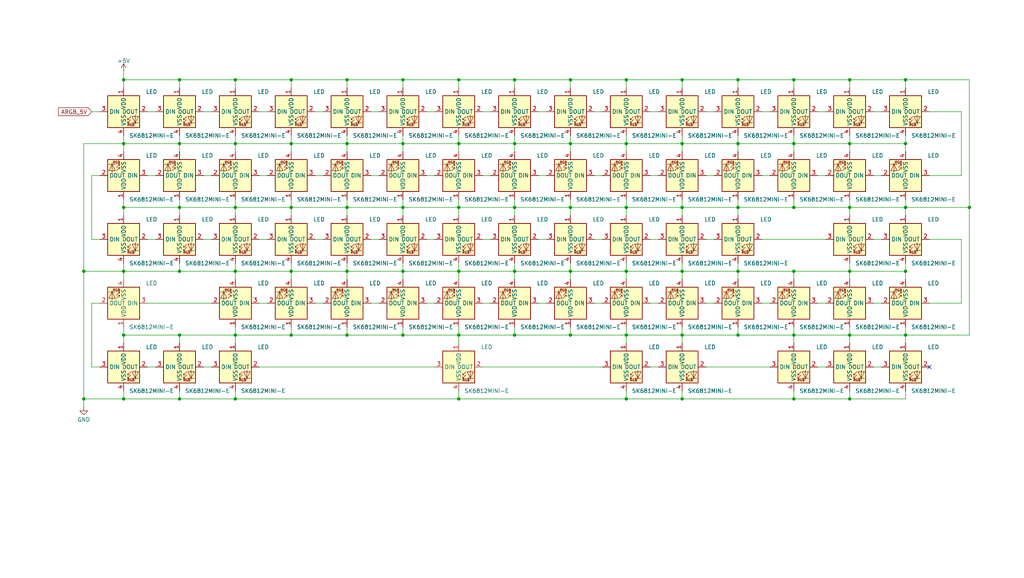
<source format=kicad_sch>
(kicad_sch (version 20220404) (generator eeschema)
  (paper "User" 326.009 183.998)
  (title_block (title "Nyx (RGB Matrix)") (date "2023-06-05") (rev "1") (comment 1 "Copyright © 2023 HorrorTroll") (comment 2 "GPL2 License"))
  (lib_symbols
    (symbol "horrortroll_lib:SK6812MINI-E"
      (property "Reference" "LED" (at 2.54 -6.35 0))
      (property "Value" "SK6812MINI-E" (at 7.62 6.35 0))
      (symbol "SK6812MINI-E_0_0"
        (text "RGB" (at 2.286 -4.191 0) (effects (font (size 0.762 0.762))))
      )
      (symbol "SK6812MINI-E_0_1"
        (polyline (pts (xy 1.27 -3.556) (xy 1.778 -3.556)))
        (polyline (pts (xy 1.27 -2.54) (xy 1.778 -2.54)))
        (polyline (pts (xy 4.699 -3.556) (xy 2.667 -3.556)))
        (polyline (pts (xy 2.286 -2.54) (xy 1.27 -3.556) (xy 1.27 -3.048)))
        (polyline (pts (xy 2.286 -1.524) (xy 1.27 -2.54) (xy 1.27 -2.032)))
        (polyline (pts (xy 3.683 -1.016) (xy 3.683 -3.556) (xy 3.683 -4.064)))
        (polyline (pts (xy 4.699 -1.524) (xy 2.667 -1.524) (xy 3.683 -3.556) (xy 4.699 -1.524)))
        (rectangle (start 5.08 5.08) (end -5.08 -5.08) (stroke (width 0.254)) (fill (type background)))
      )
      (symbol "SK6812MINI-E_1_1"
        (pin power_in line (at 0 7.62 270) (length 2.54) (name "VDD") (number "1"))
        (pin output line (at 7.62 0 180) (length 2.54) (name "DOUT") (number "2"))
        (pin input line (at -7.62 0 0) (length 2.54) (name "DIN") (number "3"))
        (pin power_in line (at 0 -7.62 90) (length 2.54) (name "VSS") (number "4"))
      )
    )
    (symbol "power:+5V" (power) (pin_names (offset 0))
      (property "Value" "+5V" (at 0 3.556 0))
      (symbol "+5V_0_1"
        (polyline (pts (xy -0.762 1.27) (xy 0 2.54)))
        (polyline (pts (xy 0 0) (xy 0 2.54)))
        (polyline (pts (xy 0 2.54) (xy 0.762 1.27)))
      )
      (symbol "+5V_1_1"
        (pin power_in line (at 0 0 90) (length 0) hide (name "+5V") (number "1"))
      )
    )
    (symbol "power:GND" (power) (pin_names (offset 0))
      (property "Value" "GND" (at 0 -3.81 0))
      (symbol "GND_0_1"
        (polyline (pts (xy 0 0) (xy 0 -1.27) (xy 1.27 -1.27) (xy 0 -2.54) (xy -1.27 -1.27) (xy 0 -1.27)))
      )
      (symbol "GND_1_1"
        (pin power_in line (at 0 0 270) (length 0) hide (name "GND") (number "1"))
      )
    )
  )
  (junction (at 199.39 25.4))
  (junction (at 270.51 106.68))
  (junction (at 92.71 25.4))
  (junction (at 74.93 127))
  (junction (at 199.39 86.36))
  (junction (at 146.05 106.68))
  (junction (at 270.51 45.72))
  (junction (at 39.37 127))
  (junction (at 252.73 66.04))
  (junction (at 128.27 86.36))
  (junction (at 92.71 66.04))
  (junction (at 110.49 25.4))
  (junction (at 39.37 66.04))
  (junction (at 199.39 127))
  (junction (at 92.71 86.36))
  (junction (at 270.51 127))
  (junction (at 146.05 45.72))
  (junction (at 92.71 45.72))
  (junction (at 181.61 45.72))
  (junction (at 74.93 106.68))
  (junction (at 199.39 45.72))
  (junction (at 288.29 106.68))
  (junction (at 181.61 106.68))
  (junction (at 110.49 86.36))
  (junction (at 128.27 66.04))
  (junction (at 181.61 66.04))
  (junction (at 26.67 86.36))
  (junction (at 217.17 86.36))
  (junction (at 128.27 106.68))
  (junction (at 217.17 45.72))
  (junction (at 39.37 45.72))
  (junction (at 163.83 66.04))
  (junction (at 163.83 45.72))
  (junction (at 234.95 106.68))
  (junction (at 252.73 127))
  (junction (at 74.93 25.4))
  (junction (at 199.39 106.68))
  (junction (at 217.17 127))
  (junction (at 146.05 25.4))
  (junction (at 217.17 66.04))
  (junction (at 146.05 127))
  (junction (at 163.83 86.36))
  (junction (at 128.27 45.72))
  (junction (at 217.17 106.68))
  (junction (at 288.29 25.4))
  (junction (at 39.37 86.36))
  (junction (at 234.95 25.4))
  (junction (at 39.37 106.68))
  (junction (at 110.49 45.72))
  (junction (at 181.61 86.36))
  (junction (at 270.51 25.4))
  (junction (at 163.83 25.4))
  (junction (at 308.61 66.04))
  (junction (at 181.61 25.4))
  (junction (at 74.93 45.72))
  (junction (at 288.29 86.36))
  (junction (at 234.95 66.04))
  (junction (at 234.95 45.72))
  (junction (at 110.49 66.04))
  (junction (at 26.67 127))
  (junction (at 74.93 66.04))
  (junction (at 252.73 106.68))
  (junction (at 39.37 25.4))
  (junction (at 270.51 66.04))
  (junction (at 163.83 106.68))
  (junction (at 57.15 106.68))
  (junction (at 252.73 45.72))
  (junction (at 234.95 86.36))
  (junction (at 57.15 127))
  (junction (at 57.15 86.36))
  (junction (at 110.49 106.68))
  (junction (at 128.27 25.4))
  (junction (at 74.93 86.36))
  (junction (at 57.15 25.4))
  (junction (at 57.15 45.72))
  (junction (at 217.17 25.4))
  (junction (at 252.73 25.4))
  (junction (at 92.71 106.68))
  (junction (at 252.73 86.36))
  (junction (at 288.29 66.04))
  (junction (at 199.39 66.04))
  (junction (at 270.51 86.36))
  (junction (at 146.05 66.04))
  (junction (at 288.29 45.72))
  (junction (at 57.15 66.04))
  (junction (at 146.05 86.36))
  (no_connect (at 295.91 116.84))
  (wire (pts (xy 181.61 86.36) (xy 181.61 83.82)))
  (wire (pts (xy 135.89 76.2) (xy 138.43 76.2)))
  (wire (pts (xy 217.17 83.82) (xy 217.17 86.36)))
  (wire (pts (xy 146.05 43.18) (xy 146.05 45.72)))
  (wire (pts (xy 234.95 104.14) (xy 234.95 106.68)))
  (wire (pts (xy 39.37 45.72) (xy 39.37 48.26)))
  (wire (pts (xy 217.17 127) (xy 252.73 127)))
  (wire (pts (xy 57.15 66.04) (xy 74.93 66.04)))
  (wire (pts (xy 163.83 106.68) (xy 146.05 106.68)))
  (wire (pts (xy 128.27 66.04) (xy 146.05 66.04)))
  (wire (pts (xy 153.67 96.52) (xy 156.21 96.52)))
  (wire (pts (xy 199.39 109.22) (xy 199.39 106.68)))
  (wire (pts (xy 252.73 127) (xy 270.51 127)))
  (wire (pts (xy 74.93 127) (xy 146.05 127)))
  (wire (pts (xy 308.61 25.4) (xy 308.61 66.04)))
  (wire (pts (xy 163.83 83.82) (xy 163.83 86.36)))
  (wire (pts (xy 288.29 43.18) (xy 288.29 45.72)))
  (wire (pts (xy 74.93 86.36) (xy 57.15 86.36)))
  (wire (pts (xy 39.37 45.72) (xy 26.67 45.72)))
  (wire (pts (xy 224.79 35.56) (xy 227.33 35.56)))
  (wire (pts (xy 199.39 104.14) (xy 199.39 106.68)))
  (wire (pts (xy 242.57 96.52) (xy 245.11 96.52)))
  (wire (pts (xy 128.27 83.82) (xy 128.27 86.36)))
  (wire (pts (xy 306.07 55.88) (xy 295.91 55.88)))
  (wire (pts (xy 181.61 104.14) (xy 181.61 106.68)))
  (wire (pts (xy 39.37 45.72) (xy 57.15 45.72)))
  (wire (pts (xy 242.57 35.56) (xy 245.11 35.56)))
  (wire (pts (xy 163.83 86.36) (xy 163.83 88.9)))
  (wire (pts (xy 29.21 96.52) (xy 29.21 116.84)))
  (wire (pts (xy 171.45 55.88) (xy 173.99 55.88)))
  (wire (pts (xy 308.61 106.68) (xy 288.29 106.68)))
  (wire (pts (xy 64.77 35.56) (xy 67.31 35.56)))
  (wire (pts (xy 146.05 109.22) (xy 146.05 106.68)))
  (wire (pts (xy 46.99 76.2) (xy 49.53 76.2)))
  (wire (pts (xy 64.77 76.2) (xy 67.31 76.2)))
  (wire (pts (xy 209.55 55.88) (xy 207.01 55.88)))
  (wire (pts (xy 199.39 88.9) (xy 199.39 86.36)))
  (wire (pts (xy 252.73 66.04) (xy 270.51 66.04)))
  (wire (pts (xy 74.93 66.04) (xy 74.93 68.58)))
  (wire (pts (xy 234.95 88.9) (xy 234.95 86.36)))
  (wire (pts (xy 26.67 45.72) (xy 26.67 86.36)))
  (wire (pts (xy 74.93 25.4) (xy 92.71 25.4)))
  (wire (pts (xy 146.05 48.26) (xy 146.05 45.72)))
  (wire (pts (xy 270.51 25.4) (xy 288.29 25.4)))
  (wire (pts (xy 57.15 66.04) (xy 57.15 63.5)))
  (wire (pts (xy 270.51 104.14) (xy 270.51 106.68)))
  (wire (pts (xy 252.73 106.68) (xy 234.95 106.68)))
  (wire (pts (xy 153.67 76.2) (xy 156.21 76.2)))
  (wire (pts (xy 29.21 76.2) (xy 31.75 76.2)))
  (wire (pts (xy 92.71 66.04) (xy 110.49 66.04)))
  (wire (pts (xy 146.05 63.5) (xy 146.05 66.04)))
  (wire (pts (xy 102.87 55.88) (xy 100.33 55.88)))
  (wire (pts (xy 199.39 86.36) (xy 217.17 86.36)))
  (wire (pts (xy 74.93 83.82) (xy 74.93 86.36)))
  (wire (pts (xy 163.83 27.94) (xy 163.83 25.4)))
  (wire (pts (xy 146.05 127) (xy 146.05 124.46)))
  (wire (pts (xy 26.67 127) (xy 26.67 86.36)))
  (wire (pts (xy 57.15 66.04) (xy 57.15 68.58)))
  (wire (pts (xy 181.61 66.04) (xy 181.61 63.5)))
  (wire (pts (xy 128.27 86.36) (xy 128.27 88.9)))
  (wire (pts (xy 217.17 88.9) (xy 217.17 86.36)))
  (wire (pts (xy 181.61 25.4) (xy 199.39 25.4)))
  (wire (pts (xy 146.05 86.36) (xy 128.27 86.36)))
  (wire (pts (xy 57.15 66.04) (xy 39.37 66.04)))
  (wire (pts (xy 92.71 104.14) (xy 92.71 106.68)))
  (wire (pts (xy 270.51 45.72) (xy 288.29 45.72)))
  (wire (pts (xy 74.93 45.72) (xy 92.71 45.72)))
  (wire (pts (xy 26.67 129.54) (xy 26.67 127)))
  (wire (pts (xy 110.49 66.04) (xy 110.49 68.58)))
  (wire (pts (xy 199.39 45.72) (xy 217.17 45.72)))
  (wire (pts (xy 189.23 76.2) (xy 191.77 76.2)))
  (wire (pts (xy 74.93 63.5) (xy 74.93 66.04)))
  (wire (pts (xy 234.95 66.04) (xy 234.95 68.58)))
  (wire (pts (xy 260.35 116.84) (xy 262.89 116.84)))
  (wire (pts (xy 224.79 76.2) (xy 227.33 76.2)))
  (wire (pts (xy 92.71 88.9) (xy 92.71 86.36)))
  (wire (pts (xy 46.99 116.84) (xy 49.53 116.84)))
  (wire (pts (xy 252.73 25.4) (xy 270.51 25.4)))
  (wire (pts (xy 100.33 35.56) (xy 102.87 35.56)))
  (wire (pts (xy 199.39 66.04) (xy 199.39 63.5)))
  (wire (pts (xy 252.73 86.36) (xy 270.51 86.36)))
  (wire (pts (xy 39.37 106.68) (xy 57.15 106.68)))
  (wire (pts (xy 199.39 127) (xy 199.39 124.46)))
  (wire (pts (xy 199.39 106.68) (xy 181.61 106.68)))
  (wire (pts (xy 163.83 66.04) (xy 163.83 68.58)))
  (wire (pts (xy 146.05 25.4) (xy 163.83 25.4)))
  (wire (pts (xy 100.33 76.2) (xy 102.87 76.2)))
  (wire (pts (xy 92.71 106.68) (xy 110.49 106.68)))
  (wire (pts (xy 270.51 43.18) (xy 270.51 45.72)))
  (wire (pts (xy 146.05 66.04) (xy 163.83 66.04)))
  (wire (pts (xy 146.05 25.4) (xy 128.27 25.4)))
  (wire (pts (xy 217.17 124.46) (xy 217.17 127)))
  (wire (pts (xy 110.49 106.68) (xy 128.27 106.68)))
  (wire (pts (xy 224.79 116.84) (xy 245.11 116.84)))
  (wire (pts (xy 234.95 66.04) (xy 252.73 66.04)))
  (wire (pts (xy 82.55 76.2) (xy 85.09 76.2)))
  (wire (pts (xy 74.93 104.14) (xy 74.93 106.68)))
  (wire (pts (xy 128.27 86.36) (xy 110.49 86.36)))
  (wire (pts (xy 74.93 25.4) (xy 74.93 27.94)))
  (wire (pts (xy 199.39 106.68) (xy 217.17 106.68)))
  (wire (pts (xy 146.05 45.72) (xy 163.83 45.72)))
  (wire (pts (xy 39.37 25.4) (xy 39.37 27.94)))
  (wire (pts (xy 234.95 106.68) (xy 217.17 106.68)))
  (wire (pts (xy 146.05 127) (xy 199.39 127)))
  (wire (pts (xy 146.05 86.36) (xy 163.83 86.36)))
  (wire (pts (xy 153.67 35.56) (xy 156.21 35.56)))
  (wire (pts (xy 181.61 88.9) (xy 181.61 86.36)))
  (wire (pts (xy 163.83 66.04) (xy 163.83 63.5)))
  (wire (pts (xy 181.61 27.94) (xy 181.61 25.4)))
  (wire (pts (xy 128.27 48.26) (xy 128.27 45.72)))
  (wire (pts (xy 128.27 25.4) (xy 128.27 27.94)))
  (wire (pts (xy 288.29 88.9) (xy 288.29 86.36)))
  (wire (pts (xy 92.71 45.72) (xy 110.49 45.72)))
  (wire (pts (xy 270.51 63.5) (xy 270.51 66.04)))
  (wire (pts (xy 199.39 83.82) (xy 199.39 86.36)))
  (wire (pts (xy 135.89 55.88) (xy 138.43 55.88)))
  (wire (pts (xy 262.89 55.88) (xy 260.35 55.88)))
  (wire (pts (xy 181.61 66.04) (xy 181.61 68.58)))
  (wire (pts (xy 270.51 66.04) (xy 270.51 68.58)))
  (wire (pts (xy 288.29 106.68) (xy 288.29 104.14)))
  (wire (pts (xy 146.05 83.82) (xy 146.05 86.36)))
  (wire (pts (xy 288.29 25.4) (xy 308.61 25.4)))
  (wire (pts (xy 120.65 96.52) (xy 118.11 96.52)))
  (wire (pts (xy 39.37 66.04) (xy 39.37 68.58)))
  (wire (pts (xy 252.73 63.5) (xy 252.73 66.04)))
  (wire (pts (xy 308.61 66.04) (xy 308.61 106.68)))
  (wire (pts (xy 146.05 66.04) (xy 146.05 68.58)))
  (wire (pts (xy 39.37 66.04) (xy 39.37 63.5)))
  (wire (pts (xy 234.95 45.72) (xy 252.73 45.72)))
  (wire (pts (xy 270.51 86.36) (xy 270.51 83.82)))
  (wire (pts (xy 57.15 86.36) (xy 39.37 86.36)))
  (wire (pts (xy 288.29 106.68) (xy 288.29 109.22)))
  (wire (pts (xy 234.95 66.04) (xy 234.95 63.5)))
  (wire (pts (xy 92.71 25.4) (xy 110.49 25.4)))
  (wire (pts (xy 146.05 27.94) (xy 146.05 25.4)))
  (wire (pts (xy 110.49 25.4) (xy 128.27 25.4)))
  (wire (pts (xy 252.73 106.68) (xy 270.51 106.68)))
  (wire (pts (xy 110.49 45.72) (xy 110.49 43.18)))
  (wire (pts (xy 252.73 43.18) (xy 252.73 45.72)))
  (wire (pts (xy 252.73 25.4) (xy 252.73 27.94)))
  (wire (pts (xy 217.17 45.72) (xy 234.95 45.72)))
  (wire (pts (xy 118.11 35.56) (xy 120.65 35.56)))
  (wire (pts (xy 163.83 48.26) (xy 163.83 45.72)))
  (wire (pts (xy 128.27 43.18) (xy 128.27 45.72)))
  (wire (pts (xy 39.37 106.68) (xy 39.37 109.22)))
  (wire (pts (xy 82.55 96.52) (xy 85.09 96.52)))
  (wire (pts (xy 39.37 127) (xy 26.67 127)))
  (wire (pts (xy 278.13 35.56) (xy 280.67 35.56)))
  (wire (pts (xy 163.83 45.72) (xy 181.61 45.72)))
  (wire (pts (xy 153.67 55.88) (xy 156.21 55.88)))
  (wire (pts (xy 171.45 96.52) (xy 173.99 96.52)))
  (wire (pts (xy 217.17 104.14) (xy 217.17 106.68)))
  (wire (pts (xy 288.29 66.04) (xy 288.29 68.58)))
  (wire (pts (xy 110.49 45.72) (xy 128.27 45.72)))
  (wire (pts (xy 306.07 96.52) (xy 295.91 96.52)))
  (wire (pts (xy 128.27 45.72) (xy 146.05 45.72)))
  (wire (pts (xy 189.23 96.52) (xy 191.77 96.52)))
  (wire (pts (xy 146.05 88.9) (xy 146.05 86.36)))
  (wire (pts (xy 234.95 43.18) (xy 234.95 45.72)))
  (wire (pts (xy 118.11 76.2) (xy 120.65 76.2)))
  (wire (pts (xy 306.07 35.56) (xy 306.07 55.88)))
  (wire (pts (xy 110.49 45.72) (xy 110.49 48.26)))
  (wire (pts (xy 295.91 76.2) (xy 306.07 76.2)))
  (wire (pts (xy 92.71 25.4) (xy 92.71 27.94)))
  (wire (pts (xy 199.39 25.4) (xy 217.17 25.4)))
  (wire (pts (xy 153.67 116.84) (xy 191.77 116.84)))
  (wire (pts (xy 31.75 96.52) (xy 29.21 96.52)))
  (wire (pts (xy 74.93 124.46) (xy 74.93 127)))
  (wire (pts (xy 64.77 116.84) (xy 67.31 116.84)))
  (wire (pts (xy 120.65 55.88) (xy 118.11 55.88)))
  (wire (pts (xy 270.51 25.4) (xy 270.51 27.94)))
  (wire (pts (xy 199.39 43.18) (xy 199.39 45.72)))
  (wire (pts (xy 57.15 25.4) (xy 39.37 25.4)))
  (wire (pts (xy 199.39 45.72) (xy 199.39 48.26)))
  (wire (pts (xy 135.89 96.52) (xy 138.43 96.52)))
  (wire (pts (xy 199.39 127) (xy 217.17 127)))
  (wire (pts (xy 199.39 86.36) (xy 181.61 86.36)))
  (wire (pts (xy 74.93 106.68) (xy 57.15 106.68)))
  (wire (pts (xy 270.51 48.26) (xy 270.51 45.72)))
  (wire (pts (xy 288.29 66.04) (xy 288.29 63.5)))
  (wire (pts (xy 92.71 45.72) (xy 92.71 48.26)))
  (wire (pts (xy 217.17 66.04) (xy 217.17 68.58)))
  (wire (pts (xy 171.45 76.2) (xy 173.99 76.2)))
  (wire (pts (xy 181.61 45.72) (xy 199.39 45.72)))
  (wire (pts (xy 110.49 86.36) (xy 110.49 83.82)))
  (wire (pts (xy 29.21 116.84) (xy 31.75 116.84)))
  (wire (pts (xy 39.37 22.86) (xy 39.37 25.4)))
  (wire (pts (xy 252.73 88.9) (xy 252.73 86.36)))
  (wire (pts (xy 92.71 66.04) (xy 92.71 68.58)))
  (wire (pts (xy 82.55 116.84) (xy 138.43 116.84)))
  (wire (pts (xy 207.01 116.84) (xy 209.55 116.84)))
  (wire (pts (xy 74.93 127) (xy 57.15 127)))
  (wire (pts (xy 288.29 25.4) (xy 288.29 27.94)))
  (wire (pts (xy 74.93 43.18) (xy 74.93 45.72)))
  (wire (pts (xy 242.57 55.88) (xy 245.11 55.88)))
  (wire (pts (xy 207.01 76.2) (xy 209.55 76.2)))
  (wire (pts (xy 217.17 66.04) (xy 217.17 63.5)))
  (wire (pts (xy 92.71 86.36) (xy 110.49 86.36)))
  (wire (pts (xy 57.15 45.72) (xy 74.93 45.72)))
  (wire (pts (xy 74.93 106.68) (xy 74.93 109.22)))
  (wire (pts (xy 39.37 83.82) (xy 39.37 86.36)))
  (wire (pts (xy 57.15 27.94) (xy 57.15 25.4)))
  (wire (pts (xy 57.15 83.82) (xy 57.15 86.36)))
  (wire (pts (xy 252.73 109.22) (xy 252.73 106.68)))
  (wire (pts (xy 74.93 106.68) (xy 92.71 106.68)))
  (wire (pts (xy 295.91 35.56) (xy 306.07 35.56)))
  (wire (pts (xy 252.73 104.14) (xy 252.73 106.68)))
  (wire (pts (xy 181.61 45.72) (xy 181.61 43.18)))
  (wire (pts (xy 288.29 124.46) (xy 288.29 127)))
  (wire (pts (xy 110.49 66.04) (xy 128.27 66.04)))
  (wire (pts (xy 227.33 96.52) (xy 224.79 96.52)))
  (wire (pts (xy 57.15 106.68) (xy 57.15 109.22)))
  (wire (pts (xy 252.73 45.72) (xy 252.73 48.26)))
  (wire (pts (xy 217.17 45.72) (xy 217.17 48.26)))
  (wire (pts (xy 92.71 83.82) (xy 92.71 86.36)))
  (wire (pts (xy 110.49 104.14) (xy 110.49 106.68)))
  (wire (pts (xy 207.01 35.56) (xy 209.55 35.56)))
  (wire (pts (xy 82.55 35.56) (xy 85.09 35.56)))
  (wire (pts (xy 181.61 45.72) (xy 181.61 48.26)))
  (wire (pts (xy 57.15 124.46) (xy 57.15 127)))
  (wire (pts (xy 163.83 104.14) (xy 163.83 106.68)))
  (wire (pts (xy 217.17 66.04) (xy 234.95 66.04)))
  (wire (pts (xy 217.17 86.36) (xy 234.95 86.36)))
  (wire (pts (xy 26.67 86.36) (xy 39.37 86.36)))
  (wire (pts (xy 46.99 96.52) (xy 67.31 96.52)))
  (wire (pts (xy 57.15 43.18) (xy 57.15 45.72)))
  (wire (pts (xy 128.27 106.68) (xy 146.05 106.68)))
  (wire (pts (xy 288.29 83.82) (xy 288.29 86.36)))
  (wire (pts (xy 234.95 25.4) (xy 252.73 25.4)))
  (wire (pts (xy 163.83 43.18) (xy 163.83 45.72)))
  (wire (pts (xy 217.17 25.4) (xy 234.95 25.4)))
  (wire (pts (xy 39.37 104.14) (xy 39.37 106.68)))
  (wire (pts (xy 189.23 55.88) (xy 191.77 55.88)))
  (wire (pts (xy 199.39 25.4) (xy 199.39 27.94)))
  (wire (pts (xy 181.61 66.04) (xy 199.39 66.04)))
  (wire (pts (xy 270.51 88.9) (xy 270.51 86.36)))
  (wire (pts (xy 288.29 45.72) (xy 288.29 48.26)))
  (wire (pts (xy 181.61 106.68) (xy 163.83 106.68)))
  (wire (pts (xy 252.73 127) (xy 252.73 124.46)))
  (wire (pts (xy 128.27 104.14) (xy 128.27 106.68)))
  (wire (pts (xy 163.83 86.36) (xy 181.61 86.36)))
  (wire (pts (xy 31.75 55.88) (xy 29.21 55.88)))
  (wire (pts (xy 270.51 66.04) (xy 288.29 66.04)))
  (wire (pts (xy 270.51 106.68) (xy 288.29 106.68)))
  (wire (pts (xy 57.15 127) (xy 39.37 127)))
  (wire (pts (xy 82.55 55.88) (xy 85.09 55.88)))
  (wire (pts (xy 39.37 43.18) (xy 39.37 45.72)))
  (wire (pts (xy 92.71 86.36) (xy 74.93 86.36)))
  (wire (pts (xy 102.87 96.52) (xy 100.33 96.52)))
  (wire (pts (xy 209.55 96.52) (xy 207.01 96.52)))
  (wire (pts (xy 74.93 66.04) (xy 92.71 66.04)))
  (wire (pts (xy 234.95 48.26) (xy 234.95 45.72)))
  (wire (pts (xy 39.37 86.36) (xy 39.37 88.9)))
  (wire (pts (xy 92.71 66.04) (xy 92.71 63.5)))
  (wire (pts (xy 217.17 25.4) (xy 217.17 27.94)))
  (wire (pts (xy 135.89 35.56) (xy 138.43 35.56)))
  (wire (pts (xy 278.13 76.2) (xy 280.67 76.2)))
  (wire (pts (xy 29.21 55.88) (xy 29.21 76.2)))
  (wire (pts (xy 57.15 25.4) (xy 74.93 25.4)))
  (wire (pts (xy 199.39 66.04) (xy 199.39 68.58)))
  (wire (pts (xy 110.49 25.4) (xy 110.49 27.94)))
  (wire (pts (xy 163.83 25.4) (xy 181.61 25.4)))
  (wire (pts (xy 270.51 106.68) (xy 270.51 109.22)))
  (wire (pts (xy 146.05 106.68) (xy 146.05 104.14)))
  (wire (pts (xy 227.33 55.88) (xy 224.79 55.88)))
  (wire (pts (xy 189.23 35.56) (xy 191.77 35.56)))
  (wire (pts (xy 270.51 127) (xy 288.29 127)))
  (wire (pts (xy 260.35 35.56) (xy 262.89 35.56)))
  (wire (pts (xy 46.99 35.56) (xy 49.53 35.56)))
  (wire (pts (xy 74.93 45.72) (xy 74.93 48.26)))
  (wire (pts (xy 234.95 86.36) (xy 252.73 86.36)))
  (wire (pts (xy 270.51 45.72) (xy 252.73 45.72)))
  (wire (pts (xy 29.21 35.56) (xy 31.75 35.56)))
  (wire (pts (xy 110.49 66.04) (xy 110.49 63.5)))
  (wire (pts (xy 92.71 43.18) (xy 92.71 45.72)))
  (wire (pts (xy 280.67 96.52) (xy 278.13 96.52)))
  (wire (pts (xy 288.29 66.04) (xy 308.61 66.04)))
  (wire (pts (xy 171.45 35.56) (xy 173.99 35.56)))
  (wire (pts (xy 217.17 43.18) (xy 217.17 45.72)))
  (wire (pts (xy 163.83 66.04) (xy 181.61 66.04)))
  (wire (pts (xy 57.15 45.72) (xy 57.15 48.26)))
  (wire (pts (xy 306.07 76.2) (xy 306.07 96.52)))
  (wire (pts (xy 39.37 124.46) (xy 39.37 127)))
  (wire (pts (xy 242.57 76.2) (xy 262.89 76.2)))
  (wire (pts (xy 74.93 88.9) (xy 74.93 86.36)))
  (wire (pts (xy 278.13 116.84) (xy 280.67 116.84)))
  (wire (pts (xy 46.99 55.88) (xy 49.53 55.88)))
  (wire (pts (xy 128.27 66.04) (xy 128.27 63.5)))
  (wire (pts (xy 280.67 55.88) (xy 278.13 55.88)))
  (wire (pts (xy 110.49 86.36) (xy 110.49 88.9)))
  (wire (pts (xy 64.77 55.88) (xy 67.31 55.88)))
  (wire (pts (xy 234.95 86.36) (xy 234.95 83.82)))
  (wire (pts (xy 270.51 124.46) (xy 270.51 127)))
  (wire (pts (xy 128.27 66.04) (xy 128.27 68.58)))
  (wire (pts (xy 217.17 106.68) (xy 217.17 109.22)))
  (wire (pts (xy 234.95 27.94) (xy 234.95 25.4)))
  (wire (pts (xy 262.89 96.52) (xy 260.35 96.52)))
  (wire (pts (xy 199.39 66.04) (xy 217.17 66.04)))
  (wire (pts (xy 288.29 86.36) (xy 270.51 86.36)))
  (global_label "ARGB_5V" (shape input) (at 29.21 35.56 180) (property "Intersheet References" "${INTERSHEET_REFS}" (effects hide)))
  (symbol (lib_id "horrortroll_lib:SK6812MINI-E") (at 92.71 96.52 180) (unit 1)
    (default_instance (reference "LED") (unit 1) (value "SK6812MINI-E") (footprint "marbastlib-various:LED_6028R"))
    (property "Reference" "LED" (at 101.6 90.17 0))
    (property "Value" "SK6812MINI-E" (at 101.6 104.14 0))
    (property "Footprint" "marbastlib-various:LED_6028R" (effects hide))
    (property "LCSC Part Number" "C524051" (effects hide))
  )
  (symbol (lib_id "horrortroll_lib:SK6812MINI-E") (at 74.93 76.2 0) (unit 1)
    (default_instance (reference "LED") (unit 1) (value "SK6812MINI-E") (footprint "marbastlib-various:LED_6028R"))
    (property "Reference" "LED" (at 83.82 69.85 0))
    (property "Value" "SK6812MINI-E" (at 83.82 83.82 0))
    (property "Footprint" "marbastlib-various:LED_6028R" (effects hide))
    (property "LCSC Part Number" "C524051" (effects hide))
  )
  (symbol (lib_id "horrortroll_lib:SK6812MINI-E") (at 234.95 35.56 0) (unit 1)
    (default_instance (reference "LED") (unit 1) (value "SK6812MINI-E") (footprint "marbastlib-various:LED_6028R"))
    (property "Reference" "LED" (at 243.84 29.21 0))
    (property "Value" "SK6812MINI-E" (at 243.84 43.18 0))
    (property "Footprint" "marbastlib-various:LED_6028R" (effects hide))
    (property "LCSC Part Number" "C524051" (effects hide))
  )
  (symbol (lib_id "horrortroll_lib:SK6812MINI-E") (at 163.83 76.2 0) (unit 1)
    (default_instance (reference "LED") (unit 1) (value "SK6812MINI-E") (footprint "marbastlib-various:LED_6028R"))
    (property "Reference" "LED" (at 172.72 69.85 0))
    (property "Value" "SK6812MINI-E" (at 172.72 83.82 0))
    (property "Footprint" "marbastlib-various:LED_6028R" (effects hide))
    (property "LCSC Part Number" "C524051" (effects hide))
  )
  (symbol (lib_id "horrortroll_lib:SK6812MINI-E") (at 288.29 55.88 180) (unit 1)
    (default_instance (reference "LED") (unit 1) (value "SK6812MINI-E") (footprint "marbastlib-various:LED_6028R"))
    (property "Reference" "LED" (at 297.18 49.53 0))
    (property "Value" "SK6812MINI-E" (at 297.18 63.5 0))
    (property "Footprint" "marbastlib-various:LED_6028R" (effects hide))
    (property "LCSC Part Number" "C524051" (effects hide))
  )
  (symbol (lib_id "horrortroll_lib:SK6812MINI-E") (at 74.93 116.84 0) (unit 1)
    (default_instance (reference "LED") (unit 1) (value "SK6812MINI-E") (footprint "marbastlib-various:LED_6028R"))
    (property "Reference" "LED" (at 83.82 110.49 0))
    (property "Value" "SK6812MINI-E" (at 83.82 124.46 0))
    (property "Footprint" "marbastlib-various:LED_6028R" (effects hide))
    (property "LCSC Part Number" "C524051" (effects hide))
  )
  (symbol (lib_id "horrortroll_lib:SK6812MINI-E") (at 146.05 96.52 180) (unit 1)
    (default_instance (reference "LED") (unit 1) (value "SK6812MINI-E") (footprint "marbastlib-various:LED_6028R"))
    (property "Reference" "LED" (at 154.94 90.17 0))
    (property "Value" "SK6812MINI-E" (at 154.94 104.14 0))
    (property "Footprint" "marbastlib-various:LED_6028R" (effects hide))
    (property "LCSC Part Number" "C524051" (effects hide))
  )
  (symbol (lib_id "horrortroll_lib:SK6812MINI-E") (at 288.29 76.2 0) (unit 1)
    (default_instance (reference "LED") (unit 1) (value "SK6812MINI-E") (footprint "marbastlib-various:LED_6028R"))
    (property "Reference" "LED" (at 297.18 69.85 0))
    (property "Value" "SK6812MINI-E" (at 297.18 83.82 0))
    (property "Footprint" "marbastlib-various:LED_6028R" (effects hide))
    (property "LCSC Part Number" "C524051" (effects hide))
  )
  (symbol (lib_id "horrortroll_lib:SK6812MINI-E") (at 270.51 55.88 180) (unit 1)
    (default_instance (reference "LED") (unit 1) (value "SK6812MINI-E") (footprint "marbastlib-various:LED_6028R"))
    (property "Reference" "LED" (at 279.4 49.53 0))
    (property "Value" "SK6812MINI-E" (at 279.4 63.5 0))
    (property "Footprint" "marbastlib-various:LED_6028R" (effects hide))
    (property "LCSC Part Number" "C524051" (effects hide))
  )
  (symbol (lib_id "horrortroll_lib:SK6812MINI-E") (at 234.95 96.52 180) (unit 1)
    (default_instance (reference "LED") (unit 1) (value "SK6812MINI-E") (footprint "marbastlib-various:LED_6028R"))
    (property "Reference" "LED" (at 243.84 90.17 0))
    (property "Value" "SK6812MINI-E" (at 243.84 104.14 0))
    (property "Footprint" "marbastlib-various:LED_6028R" (effects hide))
    (property "LCSC Part Number" "C524051" (effects hide))
  )
  (symbol (lib_id "horrortroll_lib:SK6812MINI-E") (at 110.49 96.52 180) (unit 1)
    (default_instance (reference "LED") (unit 1) (value "SK6812MINI-E") (footprint "marbastlib-various:LED_6028R"))
    (property "Reference" "LED" (at 119.38 90.17 0))
    (property "Value" "SK6812MINI-E" (at 119.38 104.14 0))
    (property "Footprint" "marbastlib-various:LED_6028R" (effects hide))
    (property "LCSC Part Number" "C524051" (effects hide))
  )
  (symbol (lib_id "horrortroll_lib:SK6812MINI-E") (at 39.37 76.2 0) (unit 1)
    (default_instance (reference "LED") (unit 1) (value "SK6812MINI-E") (footprint "marbastlib-various:LED_6028R"))
    (property "Reference" "LED" (at 48.26 69.85 0))
    (property "Value" "SK6812MINI-E" (at 48.26 83.82 0))
    (property "Footprint" "marbastlib-various:LED_6028R" (effects hide))
    (property "LCSC Part Number" "C524051" (effects hide))
  )
  (symbol (lib_id "horrortroll_lib:SK6812MINI-E") (at 146.05 55.88 180) (unit 1)
    (default_instance (reference "LED") (unit 1) (value "SK6812MINI-E") (footprint "marbastlib-various:LED_6028R"))
    (property "Reference" "LED" (at 154.94 49.53 0))
    (property "Value" "SK6812MINI-E" (at 154.94 63.5 0))
    (property "Footprint" "marbastlib-various:LED_6028R" (effects hide))
    (property "LCSC Part Number" "C524051" (effects hide))
  )
  (symbol (lib_id "horrortroll_lib:SK6812MINI-E") (at 252.73 35.56 0) (unit 1)
    (default_instance (reference "LED") (unit 1) (value "SK6812MINI-E") (footprint "marbastlib-various:LED_6028R"))
    (property "Reference" "LED" (at 261.62 29.21 0))
    (property "Value" "SK6812MINI-E" (at 261.62 43.18 0))
    (property "Footprint" "marbastlib-various:LED_6028R" (effects hide))
    (property "LCSC Part Number" "C524051" (effects hide))
  )
  (symbol (lib_id "horrortroll_lib:SK6812MINI-E") (at 163.83 55.88 180) (unit 1)
    (default_instance (reference "LED") (unit 1) (value "SK6812MINI-E") (footprint "marbastlib-various:LED_6028R"))
    (property "Reference" "LED" (at 172.72 49.53 0))
    (property "Value" "SK6812MINI-E" (at 172.72 63.5 0))
    (property "Footprint" "marbastlib-various:LED_6028R" (effects hide))
    (property "LCSC Part Number" "C524051" (effects hide))
  )
  (symbol (lib_id "horrortroll_lib:SK6812MINI-E") (at 92.71 76.2 0) (unit 1)
    (default_instance (reference "LED") (unit 1) (value "SK6812MINI-E") (footprint "marbastlib-various:LED_6028R"))
    (property "Reference" "LED" (at 101.6 69.85 0))
    (property "Value" "SK6812MINI-E" (at 101.6 83.82 0))
    (property "Footprint" "marbastlib-various:LED_6028R" (effects hide))
    (property "LCSC Part Number" "C524051" (effects hide))
  )
  (symbol (lib_id "horrortroll_lib:SK6812MINI-E") (at 199.39 116.84 0) (unit 1)
    (default_instance (reference "LED") (unit 1) (value "SK6812MINI-E") (footprint "marbastlib-various:LED_6028R"))
    (property "Reference" "LED" (at 208.28 110.49 0))
    (property "Value" "SK6812MINI-E" (at 208.28 124.46 0))
    (property "Footprint" "marbastlib-various:LED_6028R" (effects hide))
    (property "LCSC Part Number" "C524051" (effects hide))
  )
  (symbol (lib_id "horrortroll_lib:SK6812MINI-E") (at 163.83 96.52 180) (unit 1)
    (default_instance (reference "LED") (unit 1) (value "SK6812MINI-E") (footprint "marbastlib-various:LED_6028R"))
    (property "Reference" "LED" (at 172.72 90.17 0))
    (property "Value" "SK6812MINI-E" (at 172.72 104.14 0))
    (property "Footprint" "marbastlib-various:LED_6028R" (effects hide))
    (property "LCSC Part Number" "C524051" (effects hide))
  )
  (symbol (lib_id "horrortroll_lib:SK6812MINI-E") (at 288.29 96.52 180) (unit 1)
    (default_instance (reference "LED") (unit 1) (value "SK6812MINI-E") (footprint "marbastlib-various:LED_6028R"))
    (property "Reference" "LED" (at 297.18 90.17 0))
    (property "Value" "SK6812MINI-E" (at 297.18 104.14 0))
    (property "Footprint" "marbastlib-various:LED_6028R" (effects hide))
    (property "LCSC Part Number" "C524051" (effects hide))
  )
  (symbol (lib_id "horrortroll_lib:SK6812MINI-E") (at 288.29 116.84 0) (unit 1)
    (default_instance (reference "LED") (unit 1) (value "SK6812MINI-E") (footprint "marbastlib-various:LED_6028R"))
    (property "Reference" "LED" (at 297.18 110.49 0))
    (property "Value" "SK6812MINI-E" (at 297.18 124.46 0))
    (property "Footprint" "marbastlib-various:LED_6028R" (effects hide))
    (property "LCSC Part Number" "C524051" (effects hide))
  )
  (symbol (lib_id "horrortroll_lib:SK6812MINI-E") (at 217.17 76.2 0) (unit 1)
    (default_instance (reference "LED") (unit 1) (value "SK6812MINI-E") (footprint "marbastlib-various:LED_6028R"))
    (property "Reference" "LED" (at 226.06 69.85 0))
    (property "Value" "SK6812MINI-E" (at 226.06 83.82 0))
    (property "Footprint" "marbastlib-various:LED_6028R" (effects hide))
    (property "LCSC Part Number" "C524051" (effects hide))
  )
  (symbol (lib_id "horrortroll_lib:SK6812MINI-E") (at 39.37 35.56 0) (unit 1)
    (default_instance (reference "LED") (unit 1) (value "SK6812MINI-E") (footprint "marbastlib-various:LED_6028R"))
    (property "Reference" "LED" (at 48.26 29.21 0))
    (property "Value" "SK6812MINI-E" (at 48.26 43.18 0))
    (property "Footprint" "marbastlib-various:LED_6028R" (effects hide))
    (property "LCSC Part Number" "C524051" (effects hide))
  )
  (symbol (lib_id "horrortroll_lib:SK6812MINI-E") (at 39.37 96.52 180) (unit 1)
    (default_instance (reference "LED") (unit 1) (value "SK6812MINI-E") (footprint "marbastlib-various:LED_6028R"))
    (property "Reference" "LED" (at 48.26 90.17 0))
    (property "Value" "SK6812MINI-E" (at 48.26 104.14 0))
    (property "Footprint" "marbastlib-various:LED_6028R" (effects hide))
    (property "LCSC Part Number" "C524051" (effects hide))
  )
  (symbol (lib_id "horrortroll_lib:SK6812MINI-E") (at 110.49 76.2 0) (unit 1)
    (default_instance (reference "LED") (unit 1) (value "SK6812MINI-E") (footprint "marbastlib-various:LED_6028R"))
    (property "Reference" "LED" (at 119.38 69.85 0))
    (property "Value" "SK6812MINI-E" (at 119.38 83.82 0))
    (property "Footprint" "marbastlib-various:LED_6028R" (effects hide))
    (property "LCSC Part Number" "C524051" (effects hide))
  )
  (symbol (lib_id "power:GND") (at 26.67 129.54 0) (unit 1)
    (default_instance (reference "#PWR") (unit 1) (value "GND") (footprint ""))
    (property "Reference" "#PWR" (effects hide))
    (property "Value" "GND" (at 26.67 133.5961 0))
  )
  (symbol (lib_id "horrortroll_lib:SK6812MINI-E") (at 199.39 76.2 0) (unit 1)
    (default_instance (reference "LED") (unit 1) (value "SK6812MINI-E") (footprint "marbastlib-various:LED_6028R"))
    (property "Reference" "LED" (at 208.28 69.85 0))
    (property "Value" "SK6812MINI-E" (at 208.28 83.82 0))
    (property "Footprint" "marbastlib-various:LED_6028R" (effects hide))
    (property "LCSC Part Number" "C524051" (effects hide))
  )
  (symbol (lib_id "horrortroll_lib:SK6812MINI-E") (at 181.61 96.52 180) (unit 1)
    (default_instance (reference "LED") (unit 1) (value "SK6812MINI-E") (footprint "marbastlib-various:LED_6028R"))
    (property "Reference" "LED" (at 190.5 90.17 0))
    (property "Value" "SK6812MINI-E" (at 190.5 104.14 0))
    (property "Footprint" "marbastlib-various:LED_6028R" (effects hide))
    (property "LCSC Part Number" "C524051" (effects hide))
  )
  (symbol (lib_id "horrortroll_lib:SK6812MINI-E") (at 199.39 35.56 0) (unit 1)
    (default_instance (reference "LED") (unit 1) (value "SK6812MINI-E") (footprint "marbastlib-various:LED_6028R"))
    (property "Reference" "LED" (at 208.28 29.21 0))
    (property "Value" "SK6812MINI-E" (at 208.28 43.18 0))
    (property "Footprint" "marbastlib-various:LED_6028R" (effects hide))
    (property "LCSC Part Number" "C524051" (effects hide))
  )
  (symbol (lib_id "horrortroll_lib:SK6812MINI-E") (at 39.37 116.84 0) (unit 1)
    (default_instance (reference "LED") (unit 1) (value "SK6812MINI-E") (footprint "marbastlib-various:LED_6028R"))
    (property "Reference" "LED" (at 48.26 110.49 0))
    (property "Value" "SK6812MINI-E" (at 48.26 124.46 0))
    (property "Footprint" "marbastlib-various:LED_6028R" (effects hide))
    (property "LCSC Part Number" "C524051" (effects hide))
  )
  (symbol (lib_id "power:+5V") (at 39.37 22.86 0) (unit 1)
    (default_instance (reference "#PWR") (unit 1) (value "+5V") (footprint ""))
    (property "Reference" "#PWR" (effects hide))
    (property "Value" "+5V" (at 39.37 19.3771 0))
  )
  (symbol (lib_id "horrortroll_lib:SK6812MINI-E") (at 128.27 35.56 0) (unit 1)
    (default_instance (reference "LED") (unit 1) (value "SK6812MINI-E") (footprint "marbastlib-various:LED_6028R"))
    (property "Reference" "LED" (at 137.16 29.21 0))
    (property "Value" "SK6812MINI-E" (at 137.16 43.18 0))
    (property "Footprint" "marbastlib-various:LED_6028R" (effects hide))
    (property "LCSC Part Number" "C524051" (effects hide))
  )
  (symbol (lib_id "horrortroll_lib:SK6812MINI-E") (at 74.93 55.88 180) (unit 1)
    (default_instance (reference "LED") (unit 1) (value "SK6812MINI-E") (footprint "marbastlib-various:LED_6028R"))
    (property "Reference" "LED" (at 83.82 49.53 0))
    (property "Value" "SK6812MINI-E" (at 83.82 63.5 0))
    (property "Footprint" "marbastlib-various:LED_6028R" (effects hide))
    (property "LCSC Part Number" "C524051" (effects hide))
  )
  (symbol (lib_id "horrortroll_lib:SK6812MINI-E") (at 288.29 35.56 0) (unit 1)
    (default_instance (reference "LED") (unit 1) (value "SK6812MINI-E") (footprint "marbastlib-various:LED_6028R"))
    (property "Reference" "LED" (at 297.18 29.21 0))
    (property "Value" "SK6812MINI-E" (at 297.18 43.18 0))
    (property "Footprint" "marbastlib-various:LED_6028R" (effects hide))
    (property "LCSC Part Number" "C524051" (effects hide))
  )
  (symbol (lib_id "horrortroll_lib:SK6812MINI-E") (at 252.73 55.88 180) (unit 1)
    (default_instance (reference "LED") (unit 1) (value "SK6812MINI-E") (footprint "marbastlib-various:LED_6028R"))
    (property "Reference" "LED" (at 261.62 49.53 0))
    (property "Value" "SK6812MINI-E" (at 261.62 63.5 0))
    (property "Footprint" "marbastlib-various:LED_6028R" (effects hide))
    (property "LCSC Part Number" "C524051" (effects hide))
  )
  (symbol (lib_id "horrortroll_lib:SK6812MINI-E") (at 57.15 35.56 0) (unit 1)
    (default_instance (reference "LED") (unit 1) (value "SK6812MINI-E") (footprint "marbastlib-various:LED_6028R"))
    (property "Reference" "LED" (at 66.04 29.21 0))
    (property "Value" "SK6812MINI-E" (at 66.04 43.18 0))
    (property "Footprint" "marbastlib-various:LED_6028R" (effects hide))
    (property "LCSC Part Number" "C524051" (effects hide))
  )
  (symbol (lib_id "horrortroll_lib:SK6812MINI-E") (at 74.93 96.52 180) (unit 1)
    (default_instance (reference "LED") (unit 1) (value "SK6812MINI-E") (footprint "marbastlib-various:LED_6028R"))
    (property "Reference" "LED" (at 83.82 90.17 0))
    (property "Value" "SK6812MINI-E" (at 83.82 104.14 0))
    (property "Footprint" "marbastlib-various:LED_6028R" (effects hide))
    (property "LCSC Part Number" "C524051" (effects hide))
  )
  (symbol (lib_id "horrortroll_lib:SK6812MINI-E") (at 234.95 76.2 0) (unit 1)
    (default_instance (reference "LED") (unit 1) (value "SK6812MINI-E") (footprint "marbastlib-various:LED_6028R"))
    (property "Reference" "LED" (at 243.84 69.85 0))
    (property "Value" "SK6812MINI-E" (at 243.84 83.82 0))
    (property "Footprint" "marbastlib-various:LED_6028R" (effects hide))
    (property "LCSC Part Number" "C524051" (effects hide))
  )
  (symbol (lib_id "horrortroll_lib:SK6812MINI-E") (at 110.49 35.56 0) (unit 1)
    (default_instance (reference "LED") (unit 1) (value "SK6812MINI-E") (footprint "marbastlib-various:LED_6028R"))
    (property "Reference" "LED" (at 119.38 29.21 0))
    (property "Value" "SK6812MINI-E" (at 119.38 43.18 0))
    (property "Footprint" "marbastlib-various:LED_6028R" (effects hide))
    (property "LCSC Part Number" "C524051" (effects hide))
  )
  (symbol (lib_id "horrortroll_lib:SK6812MINI-E") (at 270.51 35.56 0) (unit 1)
    (default_instance (reference "LED") (unit 1) (value "SK6812MINI-E") (footprint "marbastlib-various:LED_6028R"))
    (property "Reference" "LED" (at 279.4 29.21 0))
    (property "Value" "SK6812MINI-E" (at 279.4 43.18 0))
    (property "Footprint" "marbastlib-various:LED_6028R" (effects hide))
    (property "LCSC Part Number" "C524051" (effects hide))
  )
  (symbol (lib_id "horrortroll_lib:SK6812MINI-E") (at 270.51 76.2 0) (unit 1)
    (default_instance (reference "LED") (unit 1) (value "SK6812MINI-E") (footprint "marbastlib-various:LED_6028R"))
    (property "Reference" "LED" (at 279.4 69.85 0))
    (property "Value" "SK6812MINI-E" (at 279.4 83.82 0))
    (property "Footprint" "marbastlib-various:LED_6028R" (effects hide))
    (property "LCSC Part Number" "C524051" (effects hide))
  )
  (symbol (lib_id "horrortroll_lib:SK6812MINI-E") (at 39.37 55.88 180) (unit 1)
    (default_instance (reference "LED") (unit 1) (value "SK6812MINI-E") (footprint "marbastlib-various:LED_6028R"))
    (property "Reference" "LED" (at 48.26 49.53 0))
    (property "Value" "SK6812MINI-E" (at 48.26 63.5 0))
    (property "Footprint" "marbastlib-various:LED_6028R" (effects hide))
    (property "LCSC Part Number" "C524051" (effects hide))
  )
  (symbol (lib_id "horrortroll_lib:SK6812MINI-E") (at 128.27 55.88 180) (unit 1)
    (default_instance (reference "LED") (unit 1) (value "SK6812MINI-E") (footprint "marbastlib-various:LED_6028R"))
    (property "Reference" "LED" (at 137.16 49.53 0))
    (property "Value" "SK6812MINI-E" (at 137.16 63.5 0))
    (property "Footprint" "marbastlib-various:LED_6028R" (effects hide))
    (property "LCSC Part Number" "C524051" (effects hide))
  )
  (symbol (lib_id "horrortroll_lib:SK6812MINI-E") (at 252.73 96.52 180) (unit 1)
    (default_instance (reference "LED") (unit 1) (value "SK6812MINI-E") (footprint "marbastlib-various:LED_6028R"))
    (property "Reference" "LED" (at 261.62 90.17 0))
    (property "Value" "SK6812MINI-E" (at 261.62 104.14 0))
    (property "Footprint" "marbastlib-various:LED_6028R" (effects hide))
    (property "LCSC Part Number" "C524051" (effects hide))
  )
  (symbol (lib_id "horrortroll_lib:SK6812MINI-E") (at 181.61 76.2 0) (unit 1)
    (default_instance (reference "LED") (unit 1) (value "SK6812MINI-E") (footprint "marbastlib-various:LED_6028R"))
    (property "Reference" "LED" (at 190.5 69.85 0))
    (property "Value" "SK6812MINI-E" (at 190.5 83.82 0))
    (property "Footprint" "marbastlib-various:LED_6028R" (effects hide))
    (property "LCSC Part Number" "C524051" (effects hide))
  )
  (symbol (lib_id "horrortroll_lib:SK6812MINI-E") (at 217.17 96.52 180) (unit 1)
    (default_instance (reference "LED") (unit 1) (value "SK6812MINI-E") (footprint "marbastlib-various:LED_6028R"))
    (property "Reference" "LED" (at 226.06 90.17 0))
    (property "Value" "SK6812MINI-E" (at 226.06 104.14 0))
    (property "Footprint" "marbastlib-various:LED_6028R" (effects hide))
    (property "LCSC Part Number" "C524051" (effects hide))
  )
  (symbol (lib_id "horrortroll_lib:SK6812MINI-E") (at 199.39 55.88 180) (unit 1)
    (default_instance (reference "LED") (unit 1) (value "SK6812MINI-E") (footprint "marbastlib-various:LED_6028R"))
    (property "Reference" "LED" (at 208.28 49.53 0))
    (property "Value" "SK6812MINI-E" (at 208.28 63.5 0))
    (property "Footprint" "marbastlib-various:LED_6028R" (effects hide))
    (property "LCSC Part Number" "C524051" (effects hide))
  )
  (symbol (lib_id "horrortroll_lib:SK6812MINI-E") (at 110.49 55.88 180) (unit 1)
    (default_instance (reference "LED") (unit 1) (value "SK6812MINI-E") (footprint "marbastlib-various:LED_6028R"))
    (property "Reference" "LED" (at 119.38 49.53 0))
    (property "Value" "SK6812MINI-E" (at 119.38 63.5 0))
    (property "Footprint" "marbastlib-various:LED_6028R" (effects hide))
    (property "LCSC Part Number" "C524051" (effects hide))
  )
  (symbol (lib_id "horrortroll_lib:SK6812MINI-E") (at 217.17 55.88 180) (unit 1)
    (default_instance (reference "LED") (unit 1) (value "SK6812MINI-E") (footprint "marbastlib-various:LED_6028R"))
    (property "Reference" "LED" (at 226.06 49.53 0))
    (property "Value" "SK6812MINI-E" (at 226.06 63.5 0))
    (property "Footprint" "marbastlib-various:LED_6028R" (effects hide))
    (property "LCSC Part Number" "C524051" (effects hide))
  )
  (symbol (lib_id "horrortroll_lib:SK6812MINI-E") (at 217.17 116.84 0) (unit 1)
    (default_instance (reference "LED") (unit 1) (value "SK6812MINI-E") (footprint "marbastlib-various:LED_6028R"))
    (property "Reference" "LED" (at 226.06 110.49 0))
    (property "Value" "SK6812MINI-E" (at 226.06 124.46 0))
    (property "Footprint" "marbastlib-various:LED_6028R" (effects hide))
    (property "LCSC Part Number" "C524051" (effects hide))
  )
  (symbol (lib_id "horrortroll_lib:SK6812MINI-E") (at 217.17 35.56 0) (unit 1)
    (default_instance (reference "LED") (unit 1) (value "SK6812MINI-E") (footprint "marbastlib-various:LED_6028R"))
    (property "Reference" "LED" (at 226.06 29.21 0))
    (property "Value" "SK6812MINI-E" (at 226.06 43.18 0))
    (property "Footprint" "marbastlib-various:LED_6028R" (effects hide))
    (property "LCSC Part Number" "C524051" (effects hide))
  )
  (symbol (lib_id "horrortroll_lib:SK6812MINI-E") (at 146.05 116.84 0) (unit 1)
    (default_instance (reference "LED") (unit 1) (value "SK6812MINI-E") (footprint "marbastlib-various:LED_6028R"))
    (property "Reference" "LED" (at 154.94 110.49 0))
    (property "Value" "SK6812MINI-E" (at 154.94 124.46 0))
    (property "Footprint" "marbastlib-various:LED_6028R" (effects hide))
    (property "LCSC Part Number" "C524051" (effects hide))
  )
  (symbol (lib_id "horrortroll_lib:SK6812MINI-E") (at 128.27 76.2 0) (unit 1)
    (default_instance (reference "LED") (unit 1) (value "SK6812MINI-E") (footprint "marbastlib-various:LED_6028R"))
    (property "Reference" "LED" (at 137.16 69.85 0))
    (property "Value" "SK6812MINI-E" (at 137.16 83.82 0))
    (property "Footprint" "marbastlib-various:LED_6028R" (effects hide))
    (property "LCSC Part Number" "C524051" (effects hide))
  )
  (symbol (lib_id "horrortroll_lib:SK6812MINI-E") (at 270.51 116.84 0) (unit 1)
    (default_instance (reference "LED") (unit 1) (value "SK6812MINI-E") (footprint "marbastlib-various:LED_6028R"))
    (property "Reference" "LED" (at 279.4 110.49 0))
    (property "Value" "SK6812MINI-E" (at 279.4 124.46 0))
    (property "Footprint" "marbastlib-various:LED_6028R" (effects hide))
    (property "LCSC Part Number" "C524051" (effects hide))
  )
  (symbol (lib_id "horrortroll_lib:SK6812MINI-E") (at 57.15 76.2 0) (unit 1)
    (default_instance (reference "LED") (unit 1) (value "SK6812MINI-E") (footprint "marbastlib-various:LED_6028R"))
    (property "Reference" "LED" (at 66.04 69.85 0))
    (property "Value" "SK6812MINI-E" (at 66.04 83.82 0))
    (property "Footprint" "marbastlib-various:LED_6028R" (effects hide))
    (property "LCSC Part Number" "C524051" (effects hide))
  )
  (symbol (lib_id "horrortroll_lib:SK6812MINI-E") (at 252.73 116.84 0) (unit 1)
    (default_instance (reference "LED") (unit 1) (value "SK6812MINI-E") (footprint "marbastlib-various:LED_6028R"))
    (property "Reference" "LED" (at 261.62 110.49 0))
    (property "Value" "SK6812MINI-E" (at 261.62 124.46 0))
    (property "Footprint" "marbastlib-various:LED_6028R" (effects hide))
    (property "LCSC Part Number" "C524051" (effects hide))
  )
  (symbol (lib_id "horrortroll_lib:SK6812MINI-E") (at 92.71 35.56 0) (unit 1)
    (default_instance (reference "LED") (unit 1) (value "SK6812MINI-E") (footprint "marbastlib-various:LED_6028R"))
    (property "Reference" "LED" (at 101.6 29.21 0))
    (property "Value" "SK6812MINI-E" (at 101.6 43.18 0))
    (property "Footprint" "marbastlib-various:LED_6028R" (effects hide))
    (property "LCSC Part Number" "C524051" (effects hide))
  )
  (symbol (lib_id "horrortroll_lib:SK6812MINI-E") (at 270.51 96.52 180) (unit 1)
    (default_instance (reference "LED") (unit 1) (value "SK6812MINI-E") (footprint "marbastlib-various:LED_6028R"))
    (property "Reference" "LED" (at 279.4 90.17 0))
    (property "Value" "SK6812MINI-E" (at 279.4 104.14 0))
    (property "Footprint" "marbastlib-various:LED_6028R" (effects hide))
    (property "LCSC Part Number" "C524051" (effects hide))
  )
  (symbol (lib_id "horrortroll_lib:SK6812MINI-E") (at 92.71 55.88 180) (unit 1)
    (default_instance (reference "LED") (unit 1) (value "SK6812MINI-E") (footprint "marbastlib-various:LED_6028R"))
    (property "Reference" "LED" (at 101.6 49.53 0))
    (property "Value" "SK6812MINI-E" (at 101.6 63.5 0))
    (property "Footprint" "marbastlib-various:LED_6028R" (effects hide))
    (property "LCSC Part Number" "C524051" (effects hide))
  )
  (symbol (lib_id "horrortroll_lib:SK6812MINI-E") (at 146.05 35.56 0) (unit 1)
    (default_instance (reference "LED") (unit 1) (value "SK6812MINI-E") (footprint "marbastlib-various:LED_6028R"))
    (property "Reference" "LED" (at 154.94 29.21 0))
    (property "Value" "SK6812MINI-E" (at 154.94 43.18 0))
    (property "Footprint" "marbastlib-various:LED_6028R" (effects hide))
    (property "LCSC Part Number" "C524051" (effects hide))
  )
  (symbol (lib_id "horrortroll_lib:SK6812MINI-E") (at 181.61 55.88 180) (unit 1)
    (default_instance (reference "LED") (unit 1) (value "SK6812MINI-E") (footprint "marbastlib-various:LED_6028R"))
    (property "Reference" "LED" (at 190.5 49.53 0))
    (property "Value" "SK6812MINI-E" (at 190.5 63.5 0))
    (property "Footprint" "marbastlib-various:LED_6028R" (effects hide))
    (property "LCSC Part Number" "C524051" (effects hide))
  )
  (symbol (lib_id "horrortroll_lib:SK6812MINI-E") (at 74.93 35.56 0) (unit 1)
    (default_instance (reference "LED") (unit 1) (value "SK6812MINI-E") (footprint "marbastlib-various:LED_6028R"))
    (property "Reference" "LED" (at 83.82 29.21 0))
    (property "Value" "SK6812MINI-E" (at 83.82 43.18 0))
    (property "Footprint" "marbastlib-various:LED_6028R" (effects hide))
    (property "LCSC Part Number" "C524051" (effects hide))
  )
  (symbol (lib_id "horrortroll_lib:SK6812MINI-E") (at 146.05 76.2 0) (unit 1)
    (default_instance (reference "LED") (unit 1) (value "SK6812MINI-E") (footprint "marbastlib-various:LED_6028R"))
    (property "Reference" "LED" (at 154.94 69.85 0))
    (property "Value" "SK6812MINI-E" (at 154.94 83.82 0))
    (property "Footprint" "marbastlib-various:LED_6028R" (effects hide))
    (property "LCSC Part Number" "C524051" (effects hide))
  )
  (symbol (lib_id "horrortroll_lib:SK6812MINI-E") (at 57.15 116.84 0) (unit 1)
    (default_instance (reference "LED") (unit 1) (value "SK6812MINI-E") (footprint "marbastlib-various:LED_6028R"))
    (property "Reference" "LED" (at 66.04 110.49 0))
    (property "Value" "SK6812MINI-E" (at 66.04 124.46 0))
    (property "Footprint" "marbastlib-various:LED_6028R" (effects hide))
    (property "LCSC Part Number" "C524051" (effects hide))
  )
  (symbol (lib_id "horrortroll_lib:SK6812MINI-E") (at 234.95 55.88 180) (unit 1)
    (default_instance (reference "LED") (unit 1) (value "SK6812MINI-E") (footprint "marbastlib-various:LED_6028R"))
    (property "Reference" "LED" (at 243.84 49.53 0))
    (property "Value" "SK6812MINI-E" (at 243.84 63.5 0))
    (property "Footprint" "marbastlib-various:LED_6028R" (effects hide))
    (property "LCSC Part Number" "C524051" (effects hide))
  )
  (symbol (lib_id "horrortroll_lib:SK6812MINI-E") (at 128.27 96.52 180) (unit 1)
    (default_instance (reference "LED") (unit 1) (value "SK6812MINI-E") (footprint "marbastlib-various:LED_6028R"))
    (property "Reference" "LED" (at 137.16 90.17 0))
    (property "Value" "SK6812MINI-E" (at 137.16 104.14 0))
    (property "Footprint" "marbastlib-various:LED_6028R" (effects hide))
    (property "LCSC Part Number" "C524051" (effects hide))
  )
  (symbol (lib_id "horrortroll_lib:SK6812MINI-E") (at 181.61 35.56 0) (unit 1)
    (default_instance (reference "LED") (unit 1) (value "SK6812MINI-E") (footprint "marbastlib-various:LED_6028R"))
    (property "Reference" "LED" (at 190.5 29.21 0))
    (property "Value" "SK6812MINI-E" (at 190.5 43.18 0))
    (property "Footprint" "marbastlib-various:LED_6028R" (effects hide))
    (property "LCSC Part Number" "C524051" (effects hide))
  )
  (symbol (lib_id "horrortroll_lib:SK6812MINI-E") (at 163.83 35.56 0) (unit 1)
    (default_instance (reference "LED") (unit 1) (value "SK6812MINI-E") (footprint "marbastlib-various:LED_6028R"))
    (property "Reference" "LED" (at 172.72 29.21 0))
    (property "Value" "SK6812MINI-E" (at 172.72 43.18 0))
    (property "Footprint" "marbastlib-various:LED_6028R" (effects hide))
    (property "LCSC Part Number" "C524051" (effects hide))
  )
  (symbol (lib_id "horrortroll_lib:SK6812MINI-E") (at 199.39 96.52 180) (unit 1)
    (default_instance (reference "LED") (unit 1) (value "SK6812MINI-E") (footprint "marbastlib-various:LED_6028R"))
    (property "Reference" "LED" (at 208.28 90.17 0))
    (property "Value" "SK6812MINI-E" (at 208.28 104.14 0))
    (property "Footprint" "marbastlib-various:LED_6028R" (effects hide))
    (property "LCSC Part Number" "C524051" (effects hide))
  )
  (symbol (lib_id "horrortroll_lib:SK6812MINI-E") (at 57.15 55.88 180) (unit 1)
    (default_instance (reference "LED") (unit 1) (value "SK6812MINI-E") (footprint "marbastlib-various:LED_6028R"))
    (property "Reference" "LED" (at 66.04 49.53 0))
    (property "Value" "SK6812MINI-E" (at 66.04 63.5 0))
    (property "Footprint" "marbastlib-various:LED_6028R" (effects hide))
    (property "LCSC Part Number" "C524051" (effects hide))
  )
)
</source>
